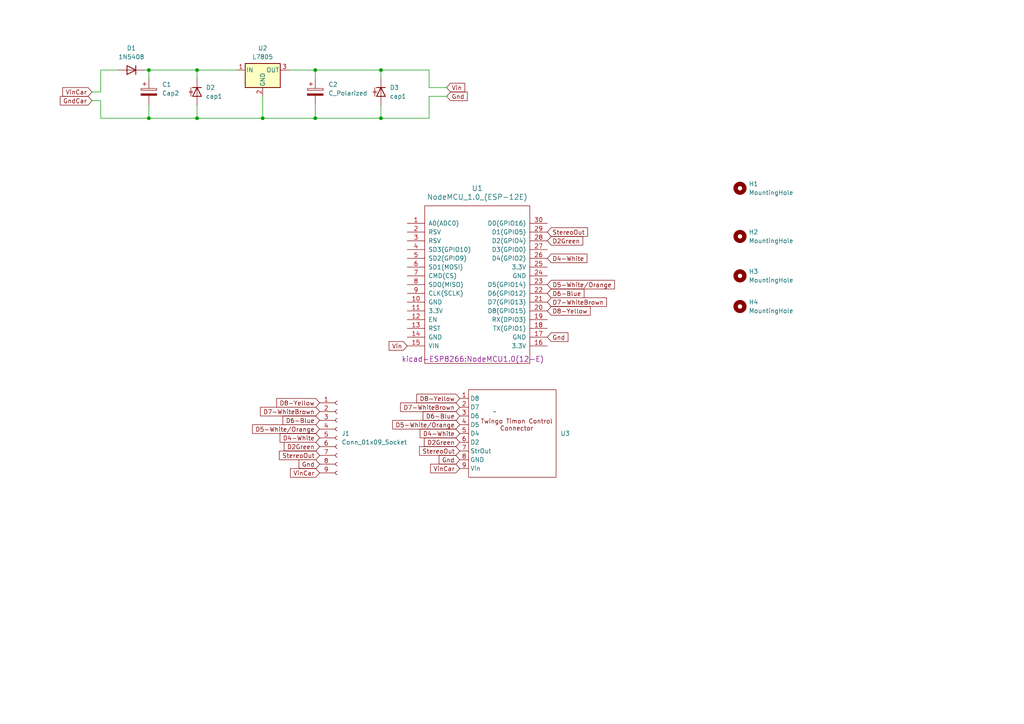
<source format=kicad_sch>
(kicad_sch (version 20230121) (generator eeschema)
  (paper "A4")
  (lib_symbols
    (symbol "Connector:Conn_01x09_Socket" (pin_names (offset 1.016) hide)
      (property "Reference" "J" (at 0 12.7 0))
      (property "Value" "Conn_01x09_Socket" (at 0 -12.7 0))
      (symbol "Conn_01x09_Socket_1_1"
        (arc (start 0 -9.652) (mid -0.5058 -10.16) (end 0 -10.668) (stroke (width 0.1524)))
        (arc (start 0 -7.112) (mid -0.5058 -7.62) (end 0 -8.128) (stroke (width 0.1524)))
        (arc (start 0 -4.572) (mid -0.5058 -5.08) (end 0 -5.588) (stroke (width 0.1524)))
        (arc (start 0 -2.032) (mid -0.5058 -2.54) (end 0 -3.048) (stroke (width 0.1524)))
        (polyline (pts (xy -1.27 -10.16) (xy -0.508 -10.16)) (stroke (width 0.1524)))
        (polyline (pts (xy -1.27 -7.62) (xy -0.508 -7.62)) (stroke (width 0.1524)))
        (polyline (pts (xy -1.27 -5.08) (xy -0.508 -5.08)) (stroke (width 0.1524)))
        (polyline (pts (xy -1.27 -2.54) (xy -0.508 -2.54)) (stroke (width 0.1524)))
        (polyline (pts (xy -1.27 0) (xy -0.508 0)) (stroke (width 0.1524)))
        (polyline (pts (xy -1.27 2.54) (xy -0.508 2.54)) (stroke (width 0.1524)))
        (polyline (pts (xy -1.27 5.08) (xy -0.508 5.08)) (stroke (width 0.1524)))
        (polyline (pts (xy -1.27 7.62) (xy -0.508 7.62)) (stroke (width 0.1524)))
        (polyline (pts (xy -1.27 10.16) (xy -0.508 10.16)) (stroke (width 0.1524)))
        (arc (start 0 0.508) (mid -0.5058 0) (end 0 -0.508) (stroke (width 0.1524)))
        (arc (start 0 3.048) (mid -0.5058 2.54) (end 0 2.032) (stroke (width 0.1524)))
        (arc (start 0 5.588) (mid -0.5058 5.08) (end 0 4.572) (stroke (width 0.1524)))
        (arc (start 0 8.128) (mid -0.5058 7.62) (end 0 7.112) (stroke (width 0.1524)))
        (arc (start 0 10.668) (mid -0.5058 10.16) (end 0 9.652) (stroke (width 0.1524)))
        (pin passive line (at -5.08 10.16 0) (length 3.81) (name "Pin_1") (number "1"))
        (pin passive line (at -5.08 7.62 0) (length 3.81) (name "Pin_2") (number "2"))
        (pin passive line (at -5.08 5.08 0) (length 3.81) (name "Pin_3") (number "3"))
        (pin passive line (at -5.08 2.54 0) (length 3.81) (name "Pin_4") (number "4"))
        (pin passive line (at -5.08 0 0) (length 3.81) (name "Pin_5") (number "5"))
        (pin passive line (at -5.08 -2.54 0) (length 3.81) (name "Pin_6") (number "6"))
        (pin passive line (at -5.08 -5.08 0) (length 3.81) (name "Pin_7") (number "7"))
        (pin passive line (at -5.08 -7.62 0) (length 3.81) (name "Pin_8") (number "8"))
        (pin passive line (at -5.08 -10.16 0) (length 3.81) (name "Pin_9") (number "9"))
      )
    )
    (symbol "Device:C_Polarized" (pin_numbers hide) (pin_names (offset 0.254))
      (property "Reference" "C" (at 0.635 2.54 0))
      (property "Value" "C_Polarized" (at 0.635 -2.54 0))
      (symbol "C_Polarized_0_1"
        (rectangle (start -2.286 0.508) (end 2.286 1.016))
        (polyline (pts (xy -1.778 2.286) (xy -0.762 2.286)))
        (polyline (pts (xy -1.27 2.794) (xy -1.27 1.778)))
        (rectangle (start 2.286 -0.508) (end -2.286 -1.016) (fill (type outline)))
      )
      (symbol "C_Polarized_1_1"
        (pin passive line (at 0 3.81 270) (length 2.794) (name "~") (number "1"))
        (pin passive line (at 0 -3.81 90) (length 2.794) (name "~") (number "2"))
      )
    )
    (symbol "Device:D_Capacitance" (pin_numbers hide) (pin_names (offset 1.016) hide)
      (property "Reference" "D" (at 0 2.54 0))
      (property "Value" "D_Capacitance" (at 0 -3.302 0))
      (symbol "D_Capacitance_0_1"
        (polyline (pts (xy -1.27 -1.778) (xy -0.1524 -1.778)))
        (polyline (pts (xy -1.27 0) (xy 1.27 0)))
        (polyline (pts (xy -1.27 1.27) (xy -1.27 -1.27)) (stroke (width 0.254)))
        (polyline (pts (xy -0.1524 -1.27) (xy -0.1524 -2.286)))
        (polyline (pts (xy 0.1524 -1.778) (xy 1.27 -1.778)))
        (polyline (pts (xy 0.1524 -1.27) (xy 0.1524 -2.286)))
        (polyline (pts (xy 1.27 1.27) (xy 1.27 -1.27) (xy -1.27 0) (xy 1.27 1.27)) (stroke (width 0.254)))
      )
      (symbol "D_Capacitance_1_1"
        (pin passive line (at -3.81 0 0) (length 2.54) (name "K") (number "1"))
        (pin passive line (at 3.81 0 180) (length 2.54) (name "A") (number "2"))
      )
    )
    (symbol "Diode:1N5408" (pin_numbers hide) (pin_names hide)
      (property "Reference" "D" (at 0 2.54 0))
      (property "Value" "1N5408" (at 0 -2.54 0))
      (symbol "1N5408_0_1"
        (polyline (pts (xy -1.27 1.27) (xy -1.27 -1.27)) (stroke (width 0.254)))
        (polyline (pts (xy 1.27 0) (xy -1.27 0)))
        (polyline (pts (xy 1.27 1.27) (xy 1.27 -1.27) (xy -1.27 0) (xy 1.27 1.27)) (stroke (width 0.254)))
      )
      (symbol "1N5408_1_1"
        (pin passive line (at -3.81 0 0) (length 2.54) (name "K") (number "1"))
        (pin passive line (at 3.81 0 180) (length 2.54) (name "A") (number "2"))
      )
    )
    (symbol "ESP8266:NodeMCU_1.0_(ESP-12E)" (pin_names (offset 1.016))
      (property "Reference" "U" (at 0 21.59 0))
      (property "Value" "NodeMCU_1.0_(ESP-12E)" (at 0 -21.59 0))
      (symbol "NodeMCU_1.0_(ESP-12E)_0_1"
        (rectangle (start -15.24 -22.86) (end 15.24 22.86))
      )
      (symbol "NodeMCU_1.0_(ESP-12E)_1_1"
        (pin input line (at -20.32 17.78 0) (length 5.08) (name "A0(ADC0)") (number "1"))
        (pin input line (at -20.32 -5.08 0) (length 5.08) (name "GND") (number "10"))
        (pin power_out line (at -20.32 -7.62 0) (length 5.08) (name "3.3V") (number "11"))
        (pin input line (at -20.32 -10.16 0) (length 5.08) (name "EN") (number "12"))
        (pin input line (at -20.32 -12.7 0) (length 5.08) (name "RST") (number "13"))
        (pin power_in line (at -20.32 -15.24 0) (length 5.08) (name "GND") (number "14"))
        (pin power_in line (at -20.32 -17.78 0) (length 5.08) (name "VIN") (number "15"))
        (pin power_out line (at 20.32 -17.78 180) (length 5.08) (name "3.3V") (number "16"))
        (pin power_in line (at 20.32 -15.24 180) (length 5.08) (name "GND") (number "17"))
        (pin bidirectional line (at 20.32 -12.7 180) (length 5.08) (name "TX(GPIO1)") (number "18"))
        (pin bidirectional line (at 20.32 -10.16 180) (length 5.08) (name "RX(DPIO3)") (number "19"))
        (pin input line (at -20.32 15.24 0) (length 5.08) (name "RSV") (number "2"))
        (pin bidirectional line (at 20.32 -7.62 180) (length 5.08) (name "D8(GPIO15)") (number "20"))
        (pin bidirectional line (at 20.32 -5.08 180) (length 5.08) (name "D7(GPIO13)") (number "21"))
        (pin bidirectional line (at 20.32 -2.54 180) (length 5.08) (name "D6(GPIO12)") (number "22"))
        (pin bidirectional line (at 20.32 0 180) (length 5.08) (name "D5(GPIO14)") (number "23"))
        (pin power_in line (at 20.32 2.54 180) (length 5.08) (name "GND") (number "24"))
        (pin power_out line (at 20.32 5.08 180) (length 5.08) (name "3.3V") (number "25"))
        (pin bidirectional line (at 20.32 7.62 180) (length 5.08) (name "D4(GPIO2)") (number "26"))
        (pin bidirectional line (at 20.32 10.16 180) (length 5.08) (name "D3(GPIO0)") (number "27"))
        (pin bidirectional line (at 20.32 12.7 180) (length 5.08) (name "D2(GPIO4)") (number "28"))
        (pin bidirectional line (at 20.32 15.24 180) (length 5.08) (name "D1(GPIO5)") (number "29"))
        (pin input line (at -20.32 12.7 0) (length 5.08) (name "RSV") (number "3"))
        (pin bidirectional line (at 20.32 17.78 180) (length 5.08) (name "D0(GPIO16)") (number "30"))
        (pin bidirectional line (at -20.32 10.16 0) (length 5.08) (name "SD3(GPIO10)") (number "4"))
        (pin bidirectional line (at -20.32 7.62 0) (length 5.08) (name "SD2(GPIO9)") (number "5"))
        (pin bidirectional line (at -20.32 5.08 0) (length 5.08) (name "SD1(MOSI)") (number "6"))
        (pin bidirectional line (at -20.32 2.54 0) (length 5.08) (name "CMD(CS)") (number "7"))
        (pin bidirectional line (at -20.32 0 0) (length 5.08) (name "SDO(MISO)") (number "8"))
        (pin bidirectional line (at -20.32 -2.54 0) (length 5.08) (name "CLK(SCLK)") (number "9"))
      )
    )
    (symbol "Mechanical:MountingHole" (pin_names (offset 1.016))
      (property "Reference" "H" (at 0 5.08 0))
      (property "Value" "MountingHole" (at 0 3.175 0))
      (symbol "MountingHole_0_1"
        (circle (center 0 0) (radius 1.27) (stroke (width 1.27)))
      )
    )
    (symbol "Regulator_Linear:L7805" (pin_names (offset 0.254))
      (property "Reference" "U" (at -3.81 3.175 0))
      (property "Value" "L7805" (at 0 3.175 0))
      (symbol "L7805_0_1"
        (rectangle (start -5.08 1.905) (end 5.08 -5.08) (stroke (width 0.254)) (fill (type background)))
      )
      (symbol "L7805_1_1"
        (pin power_in line (at -7.62 0 0) (length 2.54) (name "IN") (number "1"))
        (pin power_in line (at 0 -7.62 90) (length 2.54) (name "GND") (number "2"))
        (pin power_out line (at 7.62 0 180) (length 2.54) (name "OUT") (number "3"))
      )
    )
    (symbol "TwingoTimonControlConnector:PCB_TwintoTimonControl"
      (property "Reference" "U" (at 0 0 0))
      (symbol "PCB_TwintoTimonControl_1_1"
        (rectangle (start -10.16 12.7) (end 15.24 -12.7))
        (text "Twingo Timon Control\nConnector" (at 3.81 2.54 0) (effects (font (size 1.27 1.27))))
        (pin input line (at -12.7 10.16 0) (length 2.54) (name "D8") (number "1"))
        (pin input line (at -12.7 7.62 0) (length 2.54) (name "D7") (number "2"))
        (pin input line (at -12.7 5.08 0) (length 2.54) (name "D6") (number "3"))
        (pin input line (at -12.7 2.54 0) (length 2.54) (name "D5") (number "4"))
        (pin input line (at -12.7 0 0) (length 2.54) (name "D4") (number "5"))
        (pin input line (at -12.7 -2.54 0) (length 2.54) (name "D2") (number "6"))
        (pin output line (at -12.7 -5.08 0) (length 2.54) (name "StrOut") (number "7"))
        (pin power_in line (at -12.7 -7.62 0) (length 2.54) (name "GND") (number "8"))
        (pin power_in line (at -12.7 -10.16 0) (length 2.54) (name "Vin") (number "9"))
      )
    )
  )
  (junction (at 43.18 20.32))
  (junction (at 91.44 34.29))
  (junction (at 110.49 34.29))
  (junction (at 57.15 34.29))
  (junction (at 57.15 20.32))
  (junction (at 43.18 34.29))
  (junction (at 91.44 20.32))
  (junction (at 110.49 20.32))
  (junction (at 76.2 34.29))
  (wire (pts (xy 29.21 20.32) (xy 29.21 26.67)))
  (wire (pts (xy 83.82 20.32) (xy 91.44 20.32)))
  (wire (pts (xy 43.18 20.32) (xy 57.15 20.32)))
  (wire (pts (xy 57.15 20.32) (xy 68.58 20.32)))
  (wire (pts (xy 29.21 34.29) (xy 43.18 34.29)))
  (wire (pts (xy 91.44 30.48) (xy 91.44 34.29)))
  (wire (pts (xy 124.46 25.4) (xy 129.54 25.4)))
  (wire (pts (xy 76.2 27.94) (xy 76.2 34.29)))
  (wire (pts (xy 57.15 20.32) (xy 57.15 22.86)))
  (wire (pts (xy 43.18 34.29) (xy 57.15 34.29)))
  (wire (pts (xy 124.46 34.29) (xy 124.46 27.94)))
  (wire (pts (xy 57.15 30.48) (xy 57.15 34.29)))
  (wire (pts (xy 110.49 20.32) (xy 110.49 22.86)))
  (wire (pts (xy 110.49 20.32) (xy 124.46 20.32)))
  (wire (pts (xy 91.44 34.29) (xy 110.49 34.29)))
  (wire (pts (xy 43.18 30.48) (xy 43.18 34.29)))
  (wire (pts (xy 57.15 34.29) (xy 76.2 34.29)))
  (wire (pts (xy 43.18 20.32) (xy 43.18 22.86)))
  (wire (pts (xy 91.44 20.32) (xy 91.44 22.86)))
  (wire (pts (xy 26.67 29.21) (xy 29.21 29.21)))
  (wire (pts (xy 124.46 20.32) (xy 124.46 25.4)))
  (wire (pts (xy 110.49 30.48) (xy 110.49 34.29)))
  (wire (pts (xy 26.67 26.67) (xy 29.21 26.67)))
  (wire (pts (xy 76.2 34.29) (xy 91.44 34.29)))
  (wire (pts (xy 41.91 20.32) (xy 43.18 20.32)))
  (wire (pts (xy 124.46 27.94) (xy 129.54 27.94)))
  (wire (pts (xy 91.44 20.32) (xy 110.49 20.32)))
  (wire (pts (xy 29.21 20.32) (xy 34.29 20.32)))
  (wire (pts (xy 29.21 29.21) (xy 29.21 34.29)))
  (wire (pts (xy 110.49 34.29) (xy 124.46 34.29)))
  (global_label "Gnd" (shape input) (at 158.75 97.79 0) (property "Intersheetrefs" "${INTERSHEET_REFS}" (effects hide)))
  (global_label "Vin" (shape input) (at 129.54 25.4 0) (property "Intersheetrefs" "${INTERSHEET_REFS}" (effects hide)))
  (global_label "D7-WhiteBrown" (shape input) (at 158.75 87.63 0) (property "Intersheetrefs" "${INTERSHEET_REFS}" (effects hide)))
  (global_label "D6-Blue" (shape input) (at 92.71 121.92 180) (property "Intersheetrefs" "${INTERSHEET_REFS}" (effects hide)))
  (global_label "D2Green" (shape input) (at 133.35 128.27 180) (property "Intersheetrefs" "${INTERSHEET_REFS}" (effects hide)))
  (global_label "Gnd" (shape input) (at 133.35 133.35 180) (property "Intersheetrefs" "${INTERSHEET_REFS}" (effects hide)))
  (global_label "D5-White{slash}Orange" (shape input) (at 92.71 124.46 180) (property "Intersheetrefs" "${INTERSHEET_REFS}" (effects hide)))
  (global_label "D4-White" (shape input) (at 158.75 74.93 0) (property "Intersheetrefs" "${INTERSHEET_REFS}" (effects hide)))
  (global_label "D5-White{slash}Orange" (shape input) (at 158.75 82.55 0) (property "Intersheetrefs" "${INTERSHEET_REFS}" (effects hide)))
  (global_label "D5-White{slash}Orange" (shape input) (at 133.35 123.19 180) (property "Intersheetrefs" "${INTERSHEET_REFS}" (effects hide)))
  (global_label "Gnd" (shape input) (at 92.71 134.62 180) (property "Intersheetrefs" "${INTERSHEET_REFS}" (effects hide)))
  (global_label "D8-Yellow" (shape input) (at 158.75 90.17 0) (property "Intersheetrefs" "${INTERSHEET_REFS}" (effects hide)))
  (global_label "D6-Blue" (shape input) (at 158.75 85.09 0) (property "Intersheetrefs" "${INTERSHEET_REFS}" (effects hide)))
  (global_label "D2Green" (shape input) (at 92.71 129.54 180) (property "Intersheetrefs" "${INTERSHEET_REFS}" (effects hide)))
  (global_label "D2Green" (shape input) (at 158.75 69.85 0) (property "Intersheetrefs" "${INTERSHEET_REFS}" (effects hide)))
  (global_label "StereoOut" (shape input) (at 133.35 130.81 180) (property "Intersheetrefs" "${INTERSHEET_REFS}" (effects hide)))
  (global_label "D8-Yellow" (shape input) (at 92.71 116.84 180) (property "Intersheetrefs" "${INTERSHEET_REFS}" (effects hide)))
  (global_label "GndCar" (shape input) (at 26.67 29.21 180) (property "Intersheetrefs" "${INTERSHEET_REFS}" (effects hide)))
  (global_label "D7-WhiteBrown" (shape input) (at 133.35 118.11 180) (property "Intersheetrefs" "${INTERSHEET_REFS}" (effects hide)))
  (global_label "VinCar" (shape input) (at 133.35 135.89 180) (property "Intersheetrefs" "${INTERSHEET_REFS}" (effects hide)))
  (global_label "Gnd" (shape input) (at 129.54 27.94 0) (property "Intersheetrefs" "${INTERSHEET_REFS}" (effects hide)))
  (global_label "D8-Yellow" (shape input) (at 133.35 115.57 180) (property "Intersheetrefs" "${INTERSHEET_REFS}" (effects hide)))
  (global_label "D7-WhiteBrown" (shape input) (at 92.71 119.38 180) (property "Intersheetrefs" "${INTERSHEET_REFS}" (effects hide)))
  (global_label "StereoOut" (shape input) (at 158.75 67.31 0) (property "Intersheetrefs" "${INTERSHEET_REFS}" (effects hide)))
  (global_label "D4-White" (shape input) (at 92.71 127 180) (property "Intersheetrefs" "${INTERSHEET_REFS}" (effects hide)))
  (global_label "StereoOut" (shape input) (at 92.71 132.08 180) (property "Intersheetrefs" "${INTERSHEET_REFS}" (effects hide)))
  (global_label "Vin" (shape input) (at 118.11 100.33 180) (property "Intersheetrefs" "${INTERSHEET_REFS}" (effects hide)))
  (global_label "VinCar" (shape input) (at 92.71 137.16 180) (property "Intersheetrefs" "${INTERSHEET_REFS}" (effects hide)))
  (global_label "VinCar" (shape input) (at 26.67 26.67 180) (property "Intersheetrefs" "${INTERSHEET_REFS}" (effects hide)))
  (global_label "D4-White" (shape input) (at 133.35 125.73 180) (property "Intersheetrefs" "${INTERSHEET_REFS}" (effects hide)))
  (global_label "D6-Blue" (shape input) (at 133.35 120.65 180) (property "Intersheetrefs" "${INTERSHEET_REFS}" (effects hide)))
  (symbol (lib_id "Connector:Conn_01x09_Socket") (at 97.79 127 0) (unit 1)
    (property "Reference" "J1" (at 99.06 125.73 0) (effects (justify left)))
    (property "Value" "Conn_01x09_Socket" (at 99.06 128.27 0) (effects (justify left)))
    (property "Footprint" "Connector_PinHeader_1.00mm:PinHeader_1x09_P1.00mm_Vertical" (effects hide))
  )
  (symbol (lib_id "Device:C_Polarized") (at 91.44 26.67 0) (unit 1)
    (property "Reference" "C2" (at 95.25 24.511 0) (effects (justify left)))
    (property "Value" "C_Polarized" (at 95.25 27.051 0) (effects (justify left)))
    (property "Footprint" "Capacitor_THT:CP_Radial_D5.0mm_P2.00mm" (effects hide))
  )
  (symbol (lib_id "Mechanical:MountingHole") (at 214.63 54.61 0) (unit 1)
    (property "Reference" "H1" (at 217.17 53.3399 0) (effects (justify left)))
    (property "Value" "MountingHole" (at 217.17 55.8799 0) (effects (justify left)))
    (property "Footprint" "MountingHole:MountingHole_5.5mm" (effects hide))
  )
  (symbol (lib_id "Regulator_Linear:L7805") (at 76.2 20.32 0) (unit 1)
    (property "Reference" "U2" (at 76.2 13.97 0))
    (property "Value" "L7805" (at 76.2 16.51 0))
    (property "Footprint" "Package_TO_SOT_THT:TO-3P-3_Vertical" (effects hide))
    (property "Datasheet" "http://www.st.com/content/ccc/resource/technical/document/datasheet/41/4f/b3/b0/12/d4/47/88/CD00000444.pdf/files/CD00000444.pdf/jcr:content/translations/en.CD00000444.pdf" (effects hide))
  )
  (symbol (lib_id "Mechanical:MountingHole") (at 214.63 80.01 0) (unit 1)
    (property "Reference" "H3" (at 217.17 78.7399 0) (effects (justify left)))
    (property "Value" "MountingHole" (at 217.17 81.2799 0) (effects (justify left)))
    (property "Footprint" "MountingHole:MountingHole_5.5mm" (effects hide))
  )
  (symbol (lib_id "Diode:1N5408") (at 38.1 20.32 180) (unit 1)
    (property "Reference" "D1" (at 38.1 13.97 0))
    (property "Value" "1N5408" (at 38.1 16.51 0))
    (property "Footprint" "Diode_THT:D_DO-201AD_P15.24mm_Horizontal" (effects hide))
    (property "Datasheet" "http://www.vishay.com/docs/88516/1n5400.pdf" (effects hide))
    (property "Sim.Device" "D" (effects hide))
    (property "Sim.Pins" "1=K 2=A" (effects hide))
  )
  (symbol (lib_id "TwingoTimonControlConnector:PCB_TwintoTimonControl") (at 146.05 125.73 0) (unit 1)
    (property "Reference" "U3" (at 162.56 125.73 0) (effects (justify left)))
    (property "Value" "~" (at 143.51 119.38 0))
    (property "Footprint" "1_Twingo_Timon_Control_Connector:Twingo_Timon_Control_Connector" (effects hide))
  )
  (symbol (lib_id "Mechanical:MountingHole") (at 214.63 88.9 0) (unit 1)
    (property "Reference" "H4" (at 217.17 87.6299 0) (effects (justify left)))
    (property "Value" "MountingHole" (at 217.17 90.1699 0) (effects (justify left)))
    (property "Footprint" "MountingHole:MountingHole_5.5mm" (effects hide))
  )
  (symbol (lib_id "ESP8266:NodeMCU_1.0_(ESP-12E)") (at 138.43 82.55 0) (unit 1)
    (property "Reference" "U1" (at 138.43 54.61 0) (effects (font (size 1.524 1.524))))
    (property "Value" "NodeMCU_1.0_(ESP-12E)" (at 138.43 57.15 0) (effects (font (size 1.524 1.524))))
    (property "Footprint" "kicad-ESP8266:NodeMCU1.0(12-E)" (at 137.16 104.14 0) (effects (font (size 1.524 1.524))))
  )
  (symbol (lib_id "Mechanical:MountingHole") (at 214.63 68.58 0) (unit 1)
    (property "Reference" "H2" (at 217.17 67.3099 0) (effects (justify left)))
    (property "Value" "MountingHole" (at 217.17 69.8499 0) (effects (justify left)))
    (property "Footprint" "MountingHole:MountingHole_5.5mm" (effects hide))
  )
  (symbol (lib_id "Device:D_Capacitance") (at 57.15 26.67 270) (unit 1)
    (property "Reference" "D2" (at 59.69 25.4 90) (effects (justify left)))
    (property "Value" "cap1" (at 59.69 27.94 90) (effects (justify left)))
    (property "Footprint" "Capacitor_THT:C_Disc_D5.0mm_W2.5mm_P2.50mm" (effects hide))
  )
  (symbol (lib_id "Device:D_Capacitance") (at 110.49 26.67 270) (unit 1)
    (property "Reference" "D3" (at 113.03 25.4 90) (effects (justify left)))
    (property "Value" "cap1" (at 113.03 27.94 90) (effects (justify left)))
    (property "Footprint" "Capacitor_THT:C_Disc_D5.0mm_W2.5mm_P2.50mm" (effects hide))
  )
  (symbol (lib_id "Device:C_Polarized") (at 43.18 26.67 0) (unit 1)
    (property "Reference" "C1" (at 46.99 24.511 0) (effects (justify left)))
    (property "Value" "Cap2" (at 46.99 27.051 0) (effects (justify left)))
    (property "Footprint" "Capacitor_THT:CP_Radial_D5.0mm_P2.00mm" (effects hide))
  )
)
</source>
